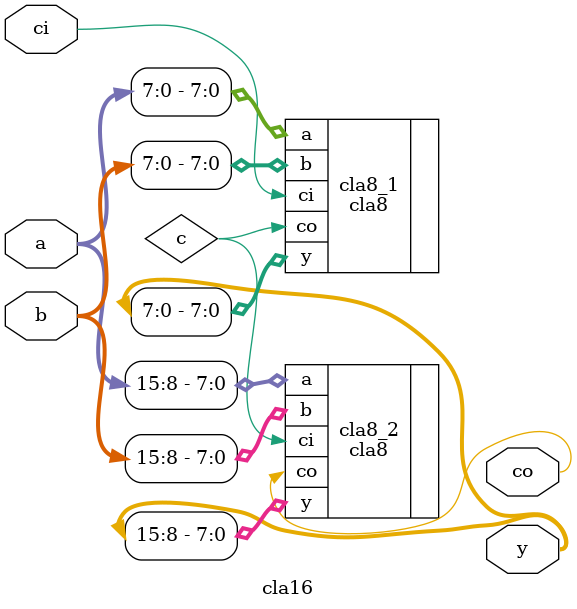
<source format=v>
module cla16(a, b, ci, co, y);
    input[15:0] a, b;
    input ci;

    output[15:0] y;
    output co;

    wire c;
    
    cla8 cla8_1(.a(a[7:0]), .b(b[7:0]), .ci(ci), .co(c), .y(y[7:0]));
    cla8 cla8_2(.a(a[15:8]), .b(b[15:8]), .ci(c), .co(co), .y(y[15:8]));
    
endmodule
</source>
